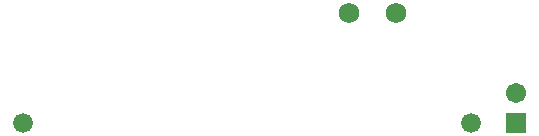
<source format=gbs>
G04 Layer_Color=16711935*
%FSLAX25Y25*%
%MOIN*%
G70*
G01*
G75*
%ADD66C,0.06800*%
%ADD67C,0.06587*%
%ADD68R,0.06706X0.06706*%
%ADD69C,0.06706*%
D66*
X133858Y80600D02*
D03*
X149606D02*
D03*
D67*
X174744Y44000D02*
D03*
X25256D02*
D03*
D68*
X189834Y44059D02*
D03*
D69*
Y54059D02*
D03*
M02*

</source>
